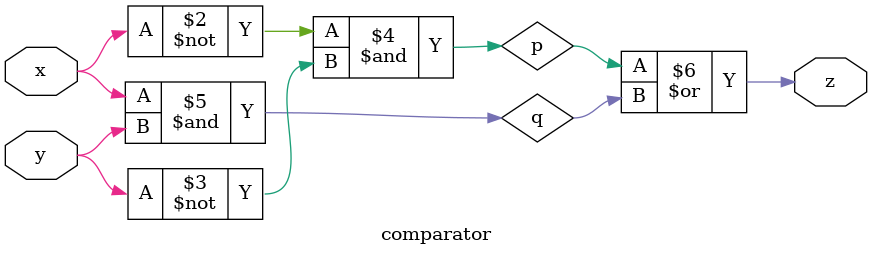
<source format=v>
module comparator(
    input x,
    input y,
    output reg z
    );
 
reg p,q;	
always @(x,y)
begin
 
p = (~x & ~y);
q =  x & y;
 
z = p |q;
end
 
endmodule
</source>
